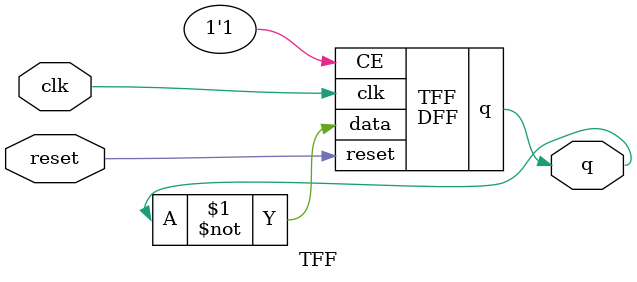
<source format=v>
module DFF(
	input clk,
	input reset,
	input data,
	input CE,
	output reg q
	);
	
	always @ (posedge clk or posedge reset) begin
		if (reset)
			q = 0;
		else if (CE)
			q = data;
	end
	
endmodule


module TFF(
	input clk,
	input reset,
	output q
	);
	
DFF TFF (clk, reset, ~q, 1, q);
	
endmodule

</source>
